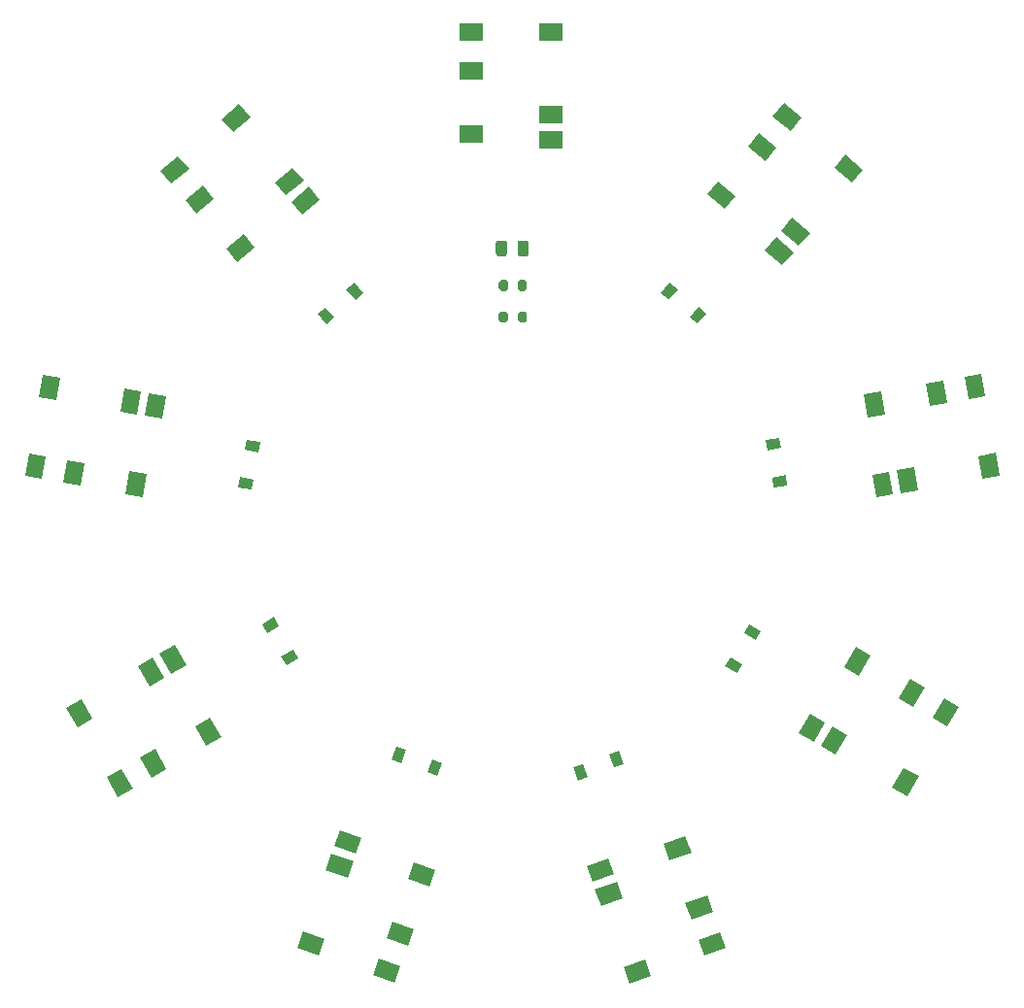
<source format=gbr>
%TF.GenerationSoftware,KiCad,Pcbnew,(5.1.9)-1*%
%TF.CreationDate,2022-01-01T02:22:55+09:00*%
%TF.ProjectId,DiodeORLogic,44696f64-654f-4524-9c6f-6769632e6b69,rev?*%
%TF.SameCoordinates,Original*%
%TF.FileFunction,Paste,Top*%
%TF.FilePolarity,Positive*%
%FSLAX46Y46*%
G04 Gerber Fmt 4.6, Leading zero omitted, Abs format (unit mm)*
G04 Created by KiCad (PCBNEW (5.1.9)-1) date 2022-01-01 02:22:55*
%MOMM*%
%LPD*%
G01*
G04 APERTURE LIST*
%ADD10C,0.100000*%
%ADD11R,2.000000X1.500000*%
G04 APERTURE END LIST*
D10*
%TO.C,D8*%
G36*
X130684926Y-75028281D02*
G01*
X129913580Y-74109028D01*
X130603020Y-73530519D01*
X131374366Y-74449772D01*
X130684926Y-75028281D01*
G37*
G36*
X128156980Y-77149481D02*
G01*
X127385634Y-76230228D01*
X128075074Y-75651719D01*
X128846420Y-76570972D01*
X128156980Y-77149481D01*
G37*
%TD*%
%TO.C,D7*%
G36*
X122239262Y-88282419D02*
G01*
X121057493Y-88074042D01*
X121213776Y-87187715D01*
X122395545Y-87396092D01*
X122239262Y-88282419D01*
G37*
G36*
X121666224Y-91532285D02*
G01*
X120484455Y-91323908D01*
X120640738Y-90437581D01*
X121822507Y-90645958D01*
X121666224Y-91532285D01*
G37*
%TD*%
%TO.C,D6*%
G36*
X124069615Y-103430769D02*
G01*
X123030385Y-104030769D01*
X122580385Y-103251347D01*
X123619615Y-102651347D01*
X124069615Y-103430769D01*
G37*
G36*
X125719615Y-106288653D02*
G01*
X124680385Y-106888653D01*
X124230385Y-106109231D01*
X125269615Y-105509231D01*
X125719615Y-106288653D01*
G37*
%TD*%
%TO.C,D5*%
G36*
X135127581Y-114235760D02*
G01*
X134717157Y-115363392D01*
X133871433Y-115055574D01*
X134281857Y-113927942D01*
X135127581Y-114235760D01*
G37*
G36*
X138228567Y-115364426D02*
G01*
X137818143Y-116492058D01*
X136972419Y-116184240D01*
X137382843Y-115056608D01*
X138228567Y-115364426D01*
G37*
%TD*%
%TO.C,D4*%
G36*
X150557157Y-115456608D02*
G01*
X150967581Y-116584240D01*
X150121857Y-116892058D01*
X149711433Y-115764426D01*
X150557157Y-115456608D01*
G37*
G36*
X153658143Y-114327942D02*
G01*
X154068567Y-115455574D01*
X153222843Y-115763392D01*
X152812419Y-114635760D01*
X153658143Y-114327942D01*
G37*
%TD*%
%TO.C,D3*%
G36*
X163370385Y-106129231D02*
G01*
X164409615Y-106729231D01*
X163959615Y-107508653D01*
X162920385Y-106908653D01*
X163370385Y-106129231D01*
G37*
G36*
X165020385Y-103271347D02*
G01*
X166059615Y-103871347D01*
X165609615Y-104650769D01*
X164570385Y-104050769D01*
X165020385Y-103271347D01*
G37*
%TD*%
%TO.C,D2*%
G36*
X167007493Y-90465958D02*
G01*
X168189262Y-90257581D01*
X168345545Y-91143908D01*
X167163776Y-91352285D01*
X167007493Y-90465958D01*
G37*
G36*
X166434455Y-87216092D02*
G01*
X167616224Y-87007715D01*
X167772507Y-87894042D01*
X166590738Y-88102419D01*
X166434455Y-87216092D01*
G37*
%TD*%
%TO.C,D1*%
G36*
X159863580Y-76500972D02*
G01*
X160634926Y-75581719D01*
X161324366Y-76160228D01*
X160553020Y-77079481D01*
X159863580Y-76500972D01*
G37*
G36*
X157335634Y-74379772D02*
G01*
X158106980Y-73460519D01*
X158796420Y-74039028D01*
X158025074Y-74958281D01*
X157335634Y-74379772D01*
G37*
%TD*%
%TO.C,R2*%
G36*
G01*
X144855000Y-74015000D02*
X144855000Y-73465000D01*
G75*
G02*
X145055000Y-73265000I200000J0D01*
G01*
X145455000Y-73265000D01*
G75*
G02*
X145655000Y-73465000I0J-200000D01*
G01*
X145655000Y-74015000D01*
G75*
G02*
X145455000Y-74215000I-200000J0D01*
G01*
X145055000Y-74215000D01*
G75*
G02*
X144855000Y-74015000I0J200000D01*
G01*
G37*
G36*
G01*
X143205000Y-74015000D02*
X143205000Y-73465000D01*
G75*
G02*
X143405000Y-73265000I200000J0D01*
G01*
X143805000Y-73265000D01*
G75*
G02*
X144005000Y-73465000I0J-200000D01*
G01*
X144005000Y-74015000D01*
G75*
G02*
X143805000Y-74215000I-200000J0D01*
G01*
X143405000Y-74215000D01*
G75*
G02*
X143205000Y-74015000I0J200000D01*
G01*
G37*
%TD*%
%TO.C,R1*%
G36*
G01*
X144855000Y-76775000D02*
X144855000Y-76225000D01*
G75*
G02*
X145055000Y-76025000I200000J0D01*
G01*
X145455000Y-76025000D01*
G75*
G02*
X145655000Y-76225000I0J-200000D01*
G01*
X145655000Y-76775000D01*
G75*
G02*
X145455000Y-76975000I-200000J0D01*
G01*
X145055000Y-76975000D01*
G75*
G02*
X144855000Y-76775000I0J200000D01*
G01*
G37*
G36*
G01*
X143205000Y-76775000D02*
X143205000Y-76225000D01*
G75*
G02*
X143405000Y-76025000I200000J0D01*
G01*
X143805000Y-76025000D01*
G75*
G02*
X144005000Y-76225000I0J-200000D01*
G01*
X144005000Y-76775000D01*
G75*
G02*
X143805000Y-76975000I-200000J0D01*
G01*
X143405000Y-76975000D01*
G75*
G02*
X143205000Y-76775000I0J200000D01*
G01*
G37*
%TD*%
D11*
%TO.C,J9*%
X147770000Y-51650000D03*
X147770000Y-58850000D03*
X147770000Y-61050000D03*
X140770000Y-51650000D03*
X140770000Y-55050000D03*
X140770000Y-60550000D03*
%TD*%
D10*
%TO.C,J8*%
G36*
X120036100Y-60377155D02*
G01*
X119071919Y-59228088D01*
X120604008Y-57942513D01*
X121568189Y-59091580D01*
X120036100Y-60377155D01*
G37*
G36*
X124664171Y-65892675D02*
G01*
X123699990Y-64743608D01*
X125232079Y-63458033D01*
X126196260Y-64607100D01*
X124664171Y-65892675D01*
G37*
G36*
X126078303Y-67577973D02*
G01*
X125114122Y-66428906D01*
X126646211Y-65143331D01*
X127610392Y-66292398D01*
X126078303Y-67577973D01*
G37*
G36*
X114673789Y-64876669D02*
G01*
X113709608Y-63727602D01*
X115241697Y-62442027D01*
X116205878Y-63591094D01*
X114673789Y-64876669D01*
G37*
G36*
X116859267Y-67481220D02*
G01*
X115895086Y-66332153D01*
X117427175Y-65046578D01*
X118391356Y-66195645D01*
X116859267Y-67481220D01*
G37*
G36*
X120394598Y-71694464D02*
G01*
X119430417Y-70545397D01*
X120962506Y-69259822D01*
X121926687Y-70408889D01*
X120394598Y-71694464D01*
G37*
%TD*%
%TO.C,J7*%
G36*
X104604130Y-83732070D02*
G01*
X103126918Y-83471598D01*
X103474214Y-81501982D01*
X104951426Y-81762454D01*
X104604130Y-83732070D01*
G37*
G36*
X111694746Y-84982337D02*
G01*
X110217534Y-84721865D01*
X110564830Y-82752249D01*
X112042042Y-83012721D01*
X111694746Y-84982337D01*
G37*
G36*
X113861323Y-85364363D02*
G01*
X112384111Y-85103891D01*
X112731407Y-83134275D01*
X114208619Y-83394747D01*
X113861323Y-85364363D01*
G37*
G36*
X103388593Y-90625725D02*
G01*
X101911381Y-90365253D01*
X102258677Y-88395637D01*
X103735889Y-88656109D01*
X103388593Y-90625725D01*
G37*
G36*
X106736939Y-91216129D02*
G01*
X105259727Y-90955657D01*
X105607023Y-88986041D01*
X107084235Y-89246513D01*
X106736939Y-91216129D01*
G37*
G36*
X112153382Y-92171193D02*
G01*
X110676170Y-91910721D01*
X111023466Y-89941105D01*
X112500678Y-90201577D01*
X112153382Y-92171193D01*
G37*
%TD*%
%TO.C,J6*%
G36*
X107809200Y-111539936D02*
G01*
X106510162Y-112289936D01*
X105510162Y-110557886D01*
X106809200Y-109807886D01*
X107809200Y-111539936D01*
G37*
G36*
X114044583Y-107939936D02*
G01*
X112745545Y-108689936D01*
X111745545Y-106957886D01*
X113044583Y-106207886D01*
X114044583Y-107939936D01*
G37*
G36*
X115949838Y-106839936D02*
G01*
X114650800Y-107589936D01*
X113650800Y-105857886D01*
X114949838Y-105107886D01*
X115949838Y-106839936D01*
G37*
G36*
X111309200Y-117602114D02*
G01*
X110010162Y-118352114D01*
X109010162Y-116620064D01*
X110309200Y-115870064D01*
X111309200Y-117602114D01*
G37*
G36*
X114253686Y-115902114D02*
G01*
X112954648Y-116652114D01*
X111954648Y-114920064D01*
X113253686Y-114170064D01*
X114253686Y-115902114D01*
G37*
G36*
X119016826Y-113152114D02*
G01*
X117717788Y-113902114D01*
X116717788Y-112170064D01*
X118016826Y-111420064D01*
X119016826Y-113152114D01*
G37*
%TD*%
%TO.C,J5*%
G36*
X128055491Y-130718065D02*
G01*
X127542461Y-132127604D01*
X125663075Y-131443563D01*
X126176105Y-130034024D01*
X128055491Y-130718065D01*
G37*
G36*
X130518036Y-123952278D02*
G01*
X130005006Y-125361817D01*
X128125620Y-124677776D01*
X128638650Y-123268237D01*
X130518036Y-123952278D01*
G37*
G36*
X131270481Y-121884954D02*
G01*
X130757451Y-123294493D01*
X128878065Y-122610452D01*
X129391095Y-121200913D01*
X131270481Y-121884954D01*
G37*
G36*
X134633339Y-133112206D02*
G01*
X134120309Y-134521745D01*
X132240923Y-133837704D01*
X132753953Y-132428165D01*
X134633339Y-133112206D01*
G37*
G36*
X135796208Y-129917251D02*
G01*
X135283178Y-131326790D01*
X133403792Y-130642749D01*
X133916822Y-129233210D01*
X135796208Y-129917251D01*
G37*
G36*
X137677319Y-124748941D02*
G01*
X137164289Y-126158480D01*
X135284903Y-125474439D01*
X135797933Y-124064900D01*
X137677319Y-124748941D01*
G37*
%TD*%
%TO.C,J4*%
G36*
X155931749Y-132496836D02*
G01*
X156444779Y-133906375D01*
X154565393Y-134590416D01*
X154052363Y-133180877D01*
X155931749Y-132496836D01*
G37*
G36*
X153469203Y-125731049D02*
G01*
X153982233Y-127140588D01*
X152102847Y-127824629D01*
X151589817Y-126415090D01*
X153469203Y-125731049D01*
G37*
G36*
X152716759Y-123663725D02*
G01*
X153229789Y-125073264D01*
X151350403Y-125757305D01*
X150837373Y-124347766D01*
X152716759Y-123663725D01*
G37*
G36*
X162509597Y-130102695D02*
G01*
X163022627Y-131512234D01*
X161143241Y-132196275D01*
X160630211Y-130786736D01*
X162509597Y-130102695D01*
G37*
G36*
X161346728Y-126907740D02*
G01*
X161859758Y-128317279D01*
X159980372Y-129001320D01*
X159467342Y-127591781D01*
X161346728Y-126907740D01*
G37*
G36*
X159465618Y-121739430D02*
G01*
X159978648Y-123148969D01*
X158099262Y-123833010D01*
X157586232Y-122423471D01*
X159465618Y-121739430D01*
G37*
%TD*%
%TO.C,J3*%
G36*
X178500800Y-115780064D02*
G01*
X179799838Y-116530064D01*
X178799838Y-118262114D01*
X177500800Y-117512114D01*
X178500800Y-115780064D01*
G37*
G36*
X172265417Y-112180064D02*
G01*
X173564455Y-112930064D01*
X172564455Y-114662114D01*
X171265417Y-113912114D01*
X172265417Y-112180064D01*
G37*
G36*
X170360162Y-111080064D02*
G01*
X171659200Y-111830064D01*
X170659200Y-113562114D01*
X169360162Y-112812114D01*
X170360162Y-111080064D01*
G37*
G36*
X182000800Y-109717886D02*
G01*
X183299838Y-110467886D01*
X182299838Y-112199936D01*
X181000800Y-111449936D01*
X182000800Y-109717886D01*
G37*
G36*
X179056314Y-108017886D02*
G01*
X180355352Y-108767886D01*
X179355352Y-110499936D01*
X178056314Y-109749936D01*
X179056314Y-108017886D01*
G37*
G36*
X174293174Y-105267886D02*
G01*
X175592212Y-106017886D01*
X174592212Y-107749936D01*
X173293174Y-106999936D01*
X174293174Y-105267886D01*
G37*
%TD*%
%TO.C,J2*%
G36*
X185004111Y-88606109D02*
G01*
X186481323Y-88345637D01*
X186828619Y-90315253D01*
X185351407Y-90575725D01*
X185004111Y-88606109D01*
G37*
G36*
X177913495Y-89856376D02*
G01*
X179390707Y-89595904D01*
X179738003Y-91565520D01*
X178260791Y-91825992D01*
X177913495Y-89856376D01*
G37*
G36*
X175746918Y-90238402D02*
G01*
X177224130Y-89977930D01*
X177571426Y-91947546D01*
X176094214Y-92208018D01*
X175746918Y-90238402D01*
G37*
G36*
X183788574Y-81712454D02*
G01*
X185265786Y-81451982D01*
X185613082Y-83421598D01*
X184135870Y-83682070D01*
X183788574Y-81712454D01*
G37*
G36*
X180440227Y-82302858D02*
G01*
X181917439Y-82042386D01*
X182264735Y-84012002D01*
X180787523Y-84272474D01*
X180440227Y-82302858D01*
G37*
G36*
X175023785Y-83257923D02*
G01*
X176500997Y-82997451D01*
X176848293Y-84967067D01*
X175371081Y-85227539D01*
X175023785Y-83257923D01*
G37*
%TD*%
%TO.C,J1*%
G36*
X172444122Y-63491094D02*
G01*
X173408303Y-62342027D01*
X174940392Y-63627602D01*
X173976211Y-64776669D01*
X172444122Y-63491094D01*
G37*
G36*
X167816052Y-69006614D02*
G01*
X168780233Y-67857547D01*
X170312322Y-69143122D01*
X169348141Y-70292189D01*
X167816052Y-69006614D01*
G37*
G36*
X166401919Y-70691912D02*
G01*
X167366100Y-69542845D01*
X168898189Y-70828420D01*
X167934008Y-71977487D01*
X166401919Y-70691912D01*
G37*
G36*
X167081811Y-58991580D02*
G01*
X168045992Y-57842513D01*
X169578081Y-59128088D01*
X168613900Y-60277155D01*
X167081811Y-58991580D01*
G37*
G36*
X164896333Y-61596132D02*
G01*
X165860514Y-60447065D01*
X167392603Y-61732640D01*
X166428422Y-62881707D01*
X164896333Y-61596132D01*
G37*
G36*
X161361001Y-65809376D02*
G01*
X162325182Y-64660309D01*
X163857271Y-65945884D01*
X162893090Y-67094951D01*
X161361001Y-65809376D01*
G37*
%TD*%
%TO.C,D10*%
G36*
G01*
X144830000Y-70966250D02*
X144830000Y-70053750D01*
G75*
G02*
X145073750Y-69810000I243750J0D01*
G01*
X145561250Y-69810000D01*
G75*
G02*
X145805000Y-70053750I0J-243750D01*
G01*
X145805000Y-70966250D01*
G75*
G02*
X145561250Y-71210000I-243750J0D01*
G01*
X145073750Y-71210000D01*
G75*
G02*
X144830000Y-70966250I0J243750D01*
G01*
G37*
G36*
G01*
X142955000Y-70966250D02*
X142955000Y-70053750D01*
G75*
G02*
X143198750Y-69810000I243750J0D01*
G01*
X143686250Y-69810000D01*
G75*
G02*
X143930000Y-70053750I0J-243750D01*
G01*
X143930000Y-70966250D01*
G75*
G02*
X143686250Y-71210000I-243750J0D01*
G01*
X143198750Y-71210000D01*
G75*
G02*
X142955000Y-70966250I0J243750D01*
G01*
G37*
%TD*%
M02*

</source>
